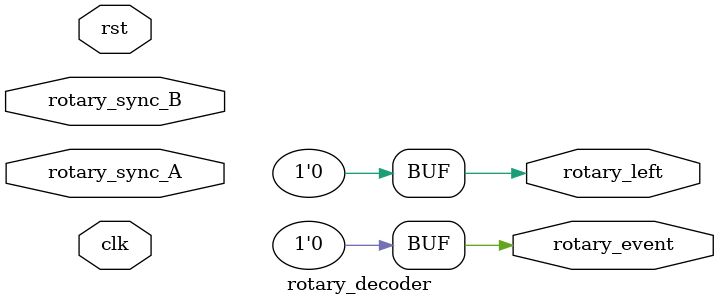
<source format=v>
module rotary_decoder (
    input clk,
    input rst,
    input rotary_sync_A,
    input rotary_sync_B,
    output rotary_event,
    output rotary_left
);

    // Create your rotary decoder circuit here
    // This module takes in rotary_sync_A and rotary_sync_B which are the A and B signals synchronized to clk
    // In this module you should implement the Rotary Contact Filter and the rest of the rotary decoder circuit
    // as described in the prelab reading

    // Remove these lines after implementing your rotary decoder
    assign rotary_event = 0;
    assign rotary_left = 0;
endmodule

</source>
